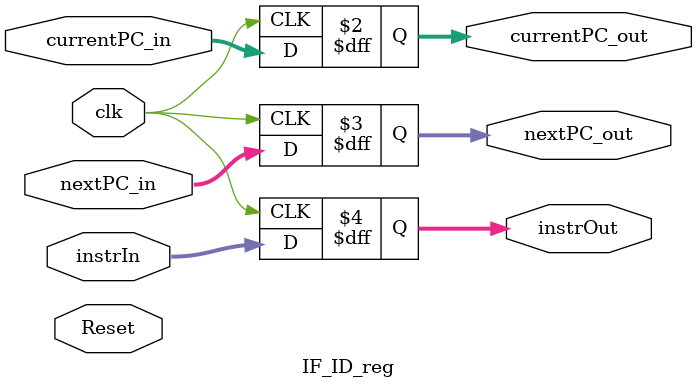
<source format=v>
module IF_ID_reg(currentPC_in ,nextPC_in ,currentPC_out ,nextPC_out ,instrIn ,instrOut ,clk ,Reset);

input wire [31:0] currentPC_in ,nextPC_in ,instrIn;
input clk ,Reset;
output reg [31:0] currentPC_out ,nextPC_out ,instrOut;

  always @(posedge clk)
    begin
      nextPC_out <= nextPC_in;
      currentPC_out <= currentPC_in;
      instrOut <= instrIn;
    end
  
endmodule

</source>
